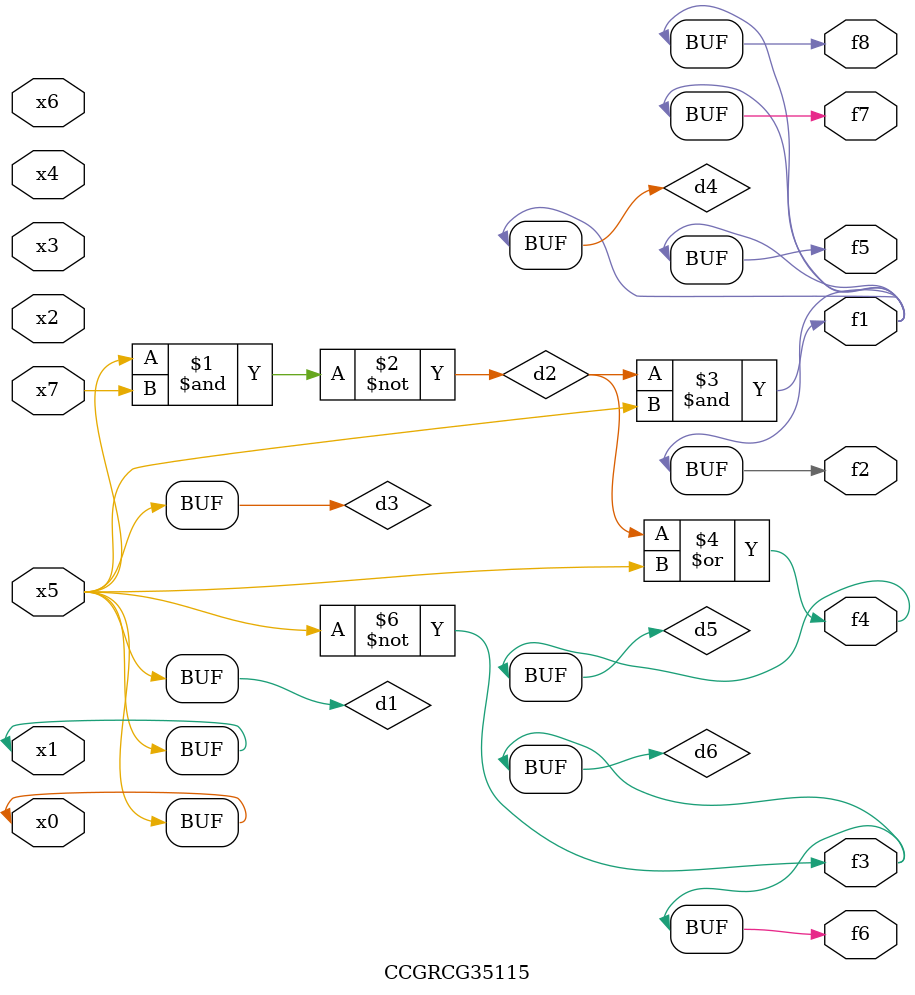
<source format=v>
module CCGRCG35115(
	input x0, x1, x2, x3, x4, x5, x6, x7,
	output f1, f2, f3, f4, f5, f6, f7, f8
);

	wire d1, d2, d3, d4, d5, d6;

	buf (d1, x0, x5);
	nand (d2, x5, x7);
	buf (d3, x0, x1);
	and (d4, d2, d3);
	or (d5, d2, d3);
	nor (d6, d1, d3);
	assign f1 = d4;
	assign f2 = d4;
	assign f3 = d6;
	assign f4 = d5;
	assign f5 = d4;
	assign f6 = d6;
	assign f7 = d4;
	assign f8 = d4;
endmodule

</source>
